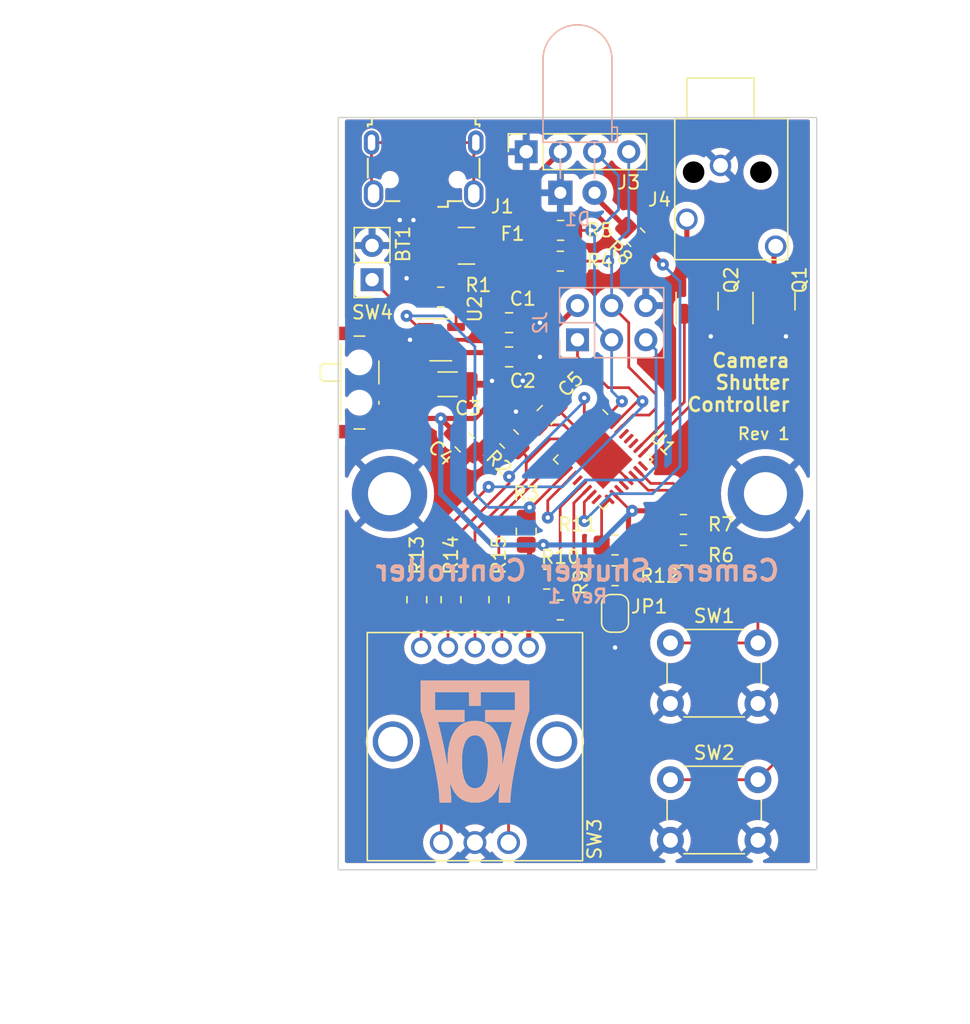
<source format=kicad_pcb>
(kicad_pcb (version 20211014) (generator pcbnew)
  (layers (0 "F.Cu" signal) (31 "B.Cu" signal) (34 "B.Paste" user) (35 "F.Paste" user) (36 "B.SilkS" user "B.Silkscreen") (37 "F.SilkS" user "F.Silkscreen") (38 "B.Mask" user) (39 "F.Mask" user) (44 "Edge.Cuts" user))
  (net 0 "")
  (net 1 "VCC")
  (net 2 "GND")
  (net 3 "Net-(C1-Pad1)")
  (net 4 "Net-(F1-Pad1)")
  (net 8 "unconnected-(J1-Pad6)")
  (net 9 "/BT2")
  (net 10 "/PROG_CLK")
  (net 11 "/PROG_MOSI")
  (net 12 "/PROG_RST")
  (net 13 "Net-(JP1-Pad1)")
  (net 14 "/SHUTTER_HOLD")
  (net 15 "Net-(J4-PadT)")
  (net 16 "/SHUTTER_RELEASE")
  (net 17 "Net-(J4-PadR)")
  (net 18 "Net-(R1-Pad2)")
  (net 19 "/CHR_STAT")
  (net 20 "/BT1")
  (net 21 "/ROTARY_B")
  (net 22 "/ROTARY_A")
  (net 23 "/VCC_SENSE")
  (net 24 "/ROTARY_SW")
  (net 26 "/PROG_MISO")
  (net 27 "Net-(R13-Pad2)")
  (net 28 "/ROTARY_LED_{G}")
  (net 30 "Net-(R14-Pad2)")
  (net 31 "/ROTARY_LED_{B}")
  (net 32 "Net-(R15-Pad2)")
  (net 43 "Net-(D1-Pad2)")
  (net 44 "Net-(BT1-Pad1)")
  (net 46 "/IR_LED")
  (footprint "Capacitor_SMD:C_0805_2012Metric_Pad1.18x1.45mm_HandSolder" (layer "F.Cu") (at 34.544 66.548 -135)
    (fp_text reference "C5" (at -2.873682 0.35921 45) (layer "F.SilkS"))
    (fp_text value "0.1uF")
    (pad "1" smd roundrect locked (at -1.0375 0 225) (size 1.175 1.45) (layers "F.Cu" "F.Paste" "F.Mask") (roundrect_rratio 0.2127659574) (net 1 "VCC"))
    (pad "2" smd roundrect locked (at 1.0375 0 225) (size 1.175 1.45) (layers "F.Cu" "F.Paste" "F.Mask") (roundrect_rratio 0.2127659574) (net 2 "GND"))
  )
  (footprint "Resistor_SMD:R_0805_2012Metric_Pad1.20x1.40mm_HandSolder" (layer "F.Cu") (at 35.56 81.026)
    (fp_text reference "R9" (at 1.524 -2.032 90) (layer "F.SilkS"))
    (fp_text value "10k")
    (pad "1" smd roundrect locked (at -1 0) (size 1.2 1.4) (layers "F.Cu" "F.Paste" "F.Mask") (roundrect_rratio 0.2083333333) (net 1 "VCC"))
    (pad "2" smd roundrect locked (at 1 0) (size 1.2 1.4) (layers "F.Cu" "F.Paste" "F.Mask") (roundrect_rratio 0.2083333333) (net 21 "/ROTARY_B"))
  )
  (footprint "ProjectLibrary:new_707_logo_10x11" (layer "F.Cu") (at 29.21 90.805)
    (fp_text reference "G***" hide)
    (fp_text value "LOGO" hide)
  )
  (footprint "Resistor_SMD:R_0805_2012Metric_Pad1.20x1.40mm_HandSolder" (layer "F.Cu") (at 35.576 52.832)
    (fp_text reference "R5" (at 2.921 0) (layer "F.SilkS"))
    (fp_text value "4.7k")
    (pad "1" smd roundrect locked (at -1 0) (size 1.2 1.4) (layers "F.Cu" "F.Paste" "F.Mask") (roundrect_rratio 0.2083333333) (net 1 "VCC"))
    (pad "2" smd roundrect locked (at 1 0) (size 1.2 1.4) (layers "F.Cu" "F.Paste" "F.Mask") (roundrect_rratio 0.2083333333) (net 10 "/PROG_CLK"))
  )
  (footprint "MountingHole:MountingHole_3.2mm_M3_DIN965_Pad" (layer "F.Cu") (at 22.86 72.39)
    (fp_text reference "H2" hide)
    (fp_text value "MountingHole_Pad")
    (pad "1" thru_hole circle locked (at 0 0) (size 5.6 5.6) (drill 3.2) (layers *.Cu *.Mask) (net 2 "GND"))
  )
  (footprint "Package_TO_SOT_SMD:SOT-23" (layer "F.Cu") (at 51.435 58.0875 90)
    (fp_text reference "Q1" (at 1.5725 1.905 270) (layer "F.SilkS"))
    (fp_text value "MMBF170")
    (pad "1" smd roundrect locked (at -0.9375 -0.95 90) (size 1.475 0.6) (layers "F.Cu" "F.Paste" "F.Mask") (net 14 "/SHUTTER_HOLD"))
    (pad "2" smd roundrect locked (at -0.9375 0.95 90) (size 1.475 0.6) (layers "F.Cu" "F.Paste" "F.Mask") (net 2 "GND"))
    (pad "3" smd roundrect locked (at 0.9375 0 90) (size 1.475 0.6) (layers "F.Cu" "F.Paste" "F.Mask") (net 15 "Net-(J4-PadT)"))
  )
  (footprint "Resistor_SMD:R_0805_2012Metric_Pad1.20x1.40mm_HandSolder" (layer "F.Cu") (at 33.02 75.184 90)
    (fp_text reference "R3" (at 2.794 0 180) (layer "F.SilkS"))
    (fp_text value "10k")
    (pad "1" smd roundrect locked (at -1 0 90) (size 1.2 1.4) (layers "F.Cu" "F.Paste" "F.Mask") (roundrect_rratio 0.2083333333) (net 1 "VCC"))
    (pad "2" smd roundrect locked (at 1 0 90) (size 1.2 1.4) (layers "F.Cu" "F.Paste" "F.Mask") (roundrect_rratio 0.2083333333) (net 19 "/CHR_STAT"))
  )
  (footprint "Resistor_SMD:R_0805_2012Metric_Pad1.20x1.40mm_HandSolder" (layer "F.Cu") (at 34.544 78.74)
    (fp_text reference "R10" (at 1.016 -1.65) (layer "F.SilkS"))
    (fp_text value "10k")
    (pad "1" smd roundrect locked (at -1 0) (size 1.2 1.4) (layers "F.Cu" "F.Paste" "F.Mask") (roundrect_rratio 0.2083333333) (net 1 "VCC"))
    (pad "2" smd roundrect locked (at 1 0) (size 1.2 1.4) (layers "F.Cu" "F.Paste" "F.Mask") (roundrect_rratio 0.2083333333) (net 22 "/ROTARY_A"))
  )
  (footprint "Button_Switch_THT:SW_PUSH_6mm" (layer "F.Cu") (at 43.74 83.475)
    (fp_text reference "SW1" (at 3.25 -2) (layer "F.SilkS"))
    (fp_text value "SW_Push")
    (pad "1" thru_hole circle locked (at 6.5 0 90) (size 2 2) (drill 1.1) (layers *.Cu *.Mask) (net 20 "/BT1"))
    (pad "1" thru_hole circle locked (at 0 0 90) (size 2 2) (drill 1.1) (layers *.Cu *.Mask) (net 20 "/BT1"))
    (pad "2" thru_hole circle locked (at 6.5 4.5 90) (size 2 2) (drill 1.1) (layers *.Cu *.Mask) (net 2 "GND"))
    (pad "2" thru_hole circle locked (at 0 4.5 90) (size 2 2) (drill 1.1) (layers *.Cu *.Mask) (net 2 "GND"))
  )
  (footprint "Capacitor_SMD:C_1206_3216Metric_Pad1.33x1.80mm_HandSolder" (layer "F.Cu") (at 27.178 64.262)
    (fp_text reference "C3" (at 1.524 1.778 180) (layer "F.SilkS"))
    (fp_text value "4.7uF")
    (pad "1" smd roundrect locked (at -1.5625 0) (size 1.325 1.8) (layers "F.Cu" "F.Paste" "F.Mask") (roundrect_rratio 0.1886792453) (net 44 "Net-(BT1-Pad1)"))
    (pad "2" smd roundrect locked (at 1.5625 0) (size 1.325 1.8) (layers "F.Cu" "F.Paste" "F.Mask") (roundrect_rratio 0.1886792453) (net 2 "GND"))
  )
  (footprint "Resistor_SMD:R_0805_2012Metric_Pad1.20x1.40mm_HandSolder" (layer "F.Cu") (at 26.67 57.785)
    (fp_text reference "R1" (at 2.794 -0.889) (layer "F.SilkS"))
    (fp_text value "1k")
    (pad "1" smd roundrect locked (at -1 0) (size 1.2 1.4) (layers "F.Cu" "F.Paste" "F.Mask") (roundrect_rratio 0.2083333333) (net 2 "GND"))
    (pad "2" smd roundrect locked (at 1 0) (size 1.2 1.4) (layers "F.Cu" "F.Paste" "F.Mask") (roundrect_rratio 0.2083333333) (net 18 "Net-(R1-Pad2)"))
  )
  (footprint "Resistor_SMD:R_0805_2012Metric_Pad1.20x1.40mm_HandSolder" (layer "F.Cu") (at 24.892 80.264 -90)
    (fp_text reference "R13" (at -3.302 0 90) (layer "F.SilkS"))
    (fp_text value "1k")
    (pad "1" smd roundrect locked (at -1 0 270) (size 1.2 1.4) (layers "F.Cu" "F.Paste" "F.Mask") (roundrect_rratio 0.2083333333) (net 26 "/PROG_MISO"))
    (pad "2" smd roundrect locked (at 1 0 270) (size 1.2 1.4) (layers "F.Cu" "F.Paste" "F.Mask") (roundrect_rratio 0.2083333333) (net 27 "Net-(R13-Pad2)"))
  )
  (footprint "Capacitor_SMD:C_0805_2012Metric_Pad1.18x1.45mm_HandSolder" (layer "F.Cu") (at 28.448 68.58 -45)
    (fp_text reference "C4" (at -0.71842 1.796051 -45 unlocked) (layer "F.SilkS"))
    (fp_text value "1uF")
    (pad "1" smd roundrect locked (at -1.0375 0 315) (size 1.175 1.45) (layers "F.Cu" "F.Paste" "F.Mask") (roundrect_rratio 0.2127659574) (net 1 "VCC"))
    (pad "2" smd roundrect locked (at 1.0375 0 315) (size 1.175 1.45) (layers "F.Cu" "F.Paste" "F.Mask") (roundrect_rratio 0.2127659574) (net 2 "GND"))
  )
  (footprint "Resistor_SMD:R_0805_2012Metric_Pad1.20x1.40mm_HandSolder" (layer "F.Cu") (at 44.704 74.676)
    (fp_text reference "R7" (at 2.794 0) (layer "F.SilkS"))
    (fp_text value "10k")
    (pad "1" smd roundrect locked (at -1 0) (size 1.2 1.4) (layers "F.Cu" "F.Paste" "F.Mask") (roundrect_rratio 0.2083333333) (net 1 "VCC"))
    (pad "2" smd roundrect locked (at 1 0) (size 1.2 1.4) (layers "F.Cu" "F.Paste" "F.Mask") (roundrect_rratio 0.2083333333) (net 9 "/BT2"))
  )
  (footprint "Package_TO_SOT_SMD:SOT-23-5" (layer "F.Cu") (at 26.67 60.96)
    (fp_text reference "U2" (at 2.54 -2.286 90) (layer "F.SilkS"))
    (fp_text value "MCP73832-2-OT")
    (pad "1" smd roundrect locked (at -1.1375 -0.95) (size 1.325 0.6) (layers "F.Cu" "F.Paste" "F.Mask") (net 19 "/CHR_STAT"))
    (pad "2" smd roundrect locked (at -1.1375 0) (size 1.325 0.6) (layers "F.Cu" "F.Paste" "F.Mask") (net 2 "GND"))
    (pad "3" smd roundrect locked (at -1.1375 0.95) (size 1.325 0.6) (layers "F.Cu" "F.Paste" "F.Mask") (net 44 "Net-(BT1-Pad1)"))
    (pad "4" smd roundrect locked (at 1.1375 0.95) (size 1.325 0.6) (layers "F.Cu" "F.Paste" "F.Mask") (net 3 "Net-(C1-Pad1)"))
    (pad "5" smd roundrect locked (at 1.1375 -0.95) (size 1.325 0.6) (layers "F.Cu" "F.Paste" "F.Mask") (net 18 "Net-(R1-Pad2)"))
  )
  (footprint "Resistor_SMD:R_0805_2012Metric_Pad1.20x1.40mm_HandSolder" (layer "F.Cu") (at 35.56 55.118)
    (fp_text reference "R4" (at 2.921 0) (layer "F.SilkS"))
    (fp_text value "4.7k")
    (pad "1" smd roundrect locked (at -1 0) (size 1.2 1.4) (layers "F.Cu" "F.Paste" "F.Mask") (roundrect_rratio 0.2083333333) (net 1 "VCC"))
    (pad "2" smd roundrect locked (at 1 0) (size 1.2 1.4) (layers "F.Cu" "F.Paste" "F.Mask") (roundrect_rratio 0.2083333333) (net 11 "/PROG_MOSI"))
  )
  (footprint "MountingHole:MountingHole_3.2mm_M3_DIN965_Pad" (layer "F.Cu") (at 50.8 72.39)
    (fp_text reference "H1" hide)
    (fp_text value "MountingHole_Pad")
    (pad "1" thru_hole circle locked (at 0 0) (size 5.6 5.6) (drill 3.2) (layers *.Cu *.Mask) (net 2 "GND"))
  )
  (footprint "Resistor_SMD:R_0805_2012Metric_Pad1.20x1.40mm_HandSolder" (layer "F.Cu") (at 41.148 53.34 135)
    (fp_text reference "R8" (at 0 -1.65 135) (layer "F.SilkS"))
    (fp_text value "1k")
    (pad "1" smd roundrect locked (at -1 0 135) (size 1.2 1.4) (layers "F.Cu" "F.Paste" "F.Mask") (roundrect_rratio 0.2083333333) (net 46 "/IR_LED"))
    (pad "2" smd roundrect locked (at 1 0 135) (size 1.2 1.4) (layers "F.Cu" "F.Paste" "F.Mask") (roundrect_rratio 0.2083333333) (net 43 "Net-(D1-Pad2)"))
  )
  (footprint "Connector_PinSocket_2.54mm:PinSocket_1x02_P2.54mm_Vertical" (layer "F.Cu") (at 21.565 56.495 180)
    (fp_text reference "BT1" (at -2.311 2.647 90) (layer "F.SilkS"))
    (fp_text value "Battery_Cell")
    (pad "1" thru_hole rect locked (at 0 0 180) (size 1.7 1.7) (drill 1) (layers *.Cu *.Mask) (net 44 "Net-(BT1-Pad1)"))
    (pad "2" thru_hole oval locked (at 0 2.54 180) (size 1.7 1.7) (drill 1) (layers *.Cu *.Mask) (net 2 "GND"))
  )
  (footprint "Resistor_SMD:R_0805_2012Metric_Pad1.20x1.40mm_HandSolder" (layer "F.Cu") (at 39.624 76.2 180)
    (fp_text reference "R11" (at 2.794 1.524 180) (layer "F.SilkS"))
    (fp_text value "R")
    (pad "1" smd roundrect locked (at -1 0 180) (size 1.2 1.4) (layers "F.Cu" "F.Paste" "F.Mask") (roundrect_rratio 0.2083333333) (net 1 "VCC"))
    (pad "2" smd roundrect locked (at 1 0 180) (size 1.2 1.4) (layers "F.Cu" "F.Paste" "F.Mask") (roundrect_rratio 0.2083333333) (net 23 "/VCC_SENSE"))
  )
  (footprint "Button_Switch_THT:SW_PUSH_6mm" (layer "F.Cu") (at 43.74 93.635)
    (fp_text reference "SW2" (at 3.25 -2) (layer "F.SilkS"))
    (fp_text value "SW_Push")
    (pad "1" thru_hole circle locked (at 0 0 90) (size 2 2) (drill 1.1) (layers *.Cu *.Mask) (net 9 "/BT2"))
    (pad "1" thru_hole circle locked (at 6.5 0 90) (size 2 2) (drill 1.1) (layers *.Cu *.Mask) (net 9 "/BT2"))
    (pad "2" thru_hole circle locked (at 6.5 4.5 90) (size 2 2) (drill 1.1) (layers *.Cu *.Mask) (net 2 "GND"))
    (pad "2" thru_hole circle locked (at 0 4.5 90) (size 2 2) (drill 1.1) (layers *.Cu *.Mask) (net 2 "GND"))
  )
  (footprint "Connector_PinSocket_2.54mm:PinSocket_1x04_P2.54mm_Vertical" (layer "F.Cu") (at 33.02 46.99 90)
    (fp_text reference "J3" (at -2.286 7.62 180) (layer "F.SilkS"))
    (fp_text value "OLED")
    (pad "1" thru_hole rect locked (at 0 0 90) (size 1.7 1.7) (drill 1) (layers *.Cu *.Mask) (net 2 "GND"))
    (pad "2" thru_hole oval locked (at 0 2.54 90) (size 1.7 1.7) (drill 1) (layers *.Cu *.Mask) (net 1 "VCC"))
    (pad "3" thru_hole oval locked (at 0 5.08 90) (size 1.7 1.7) (drill 1) (layers *.Cu *.Mask) (net 10 "/PROG_CLK"))
    (pad "4" thru_hole oval locked (at 0 7.62 90) (size 1.7 1.7) (drill 1) (layers *.Cu *.Mask) (net 11 "/PROG_MOSI"))
  )
  (footprint "Package_DFN_QFN:QFN-32-1EP_5x5mm_P0.5mm_EP3.1x3.1mm" (layer "F.Cu") (at 38.735 69.85 -45)
    (fp_text reference "U1" (at 2.245064 -4.041115 -45 unlocked) (layer "F.SilkS"))
    (fp_text value "ATtiny261A-M")
    (pad "1" smd roundrect locked (at -2.4375 -1.75 315) (size 0.875 0.25) (layers "F.Cu" "F.Paste" "F.Mask"))
    (pad "2" smd roundrect locked (at -2.4375 -1.25 315) (size 0.875 0.25) (layers "F.Cu" "F.Paste" "F.Mask") (net 28 "/ROTARY_LED_{G}"))
    (pad "3" smd roundrect locked (at -2.4375 -0.75 315) (size 0.875 0.25) (layers "F.Cu" "F.Paste" "F.Mask"))
    (pad "4" smd roundrect locked (at -2.4375 -0.25 315) (size 0.875 0.25) (layers "F.Cu" "F.Paste" "F.Mask") (net 1 "VCC"))
    (pad "5" smd roundrect locked (at -2.4375 0.25 315) (size 0.875 0.25) (layers "F.Cu" "F.Paste" "F.Mask") (net 2 "GND"))
    (pad "6" smd roundrect locked (at -2.4375 0.75 315) (size 0.875 0.25) (layers "F.Cu" "F.Paste" "F.Mask"))
    (pad "7" smd roundrect locked (at -2.4375 1.25 315) (size 0.875 0.25) (layers "F.Cu" "F.Paste" "F.Mask") (net 24 "/ROTARY_SW"))
    (pad "8" smd roundrect locked (at -2.4375 1.75 315) (size 0.875 0.25) (layers "F.Cu" "F.Paste" "F.Mask") (net 31 "/ROTARY_LED_{B}"))
    (pad "9" smd roundrect locked (at -1.75 2.4375 315) (size 0.25 0.875) (layers "F.Cu" "F.Paste" "F.Mask"))
    (pad "10" smd roundrect locked (at -1.25 2.4375 315) (size 0.25 0.875) (layers "F.Cu" "F.Paste" "F.Mask") (net 19 "/CHR_STAT"))
    (pad "11" smd roundrect locked (at -0.75 2.4375 315) (size 0.25 0.875) (layers "F.Cu" "F.Paste" "F.Mask") (net 12 "/PROG_RST"))
    (pad "12" smd roundrect locked (at -0.25 2.4375 315) (size 0.25 0.875) (layers "F.Cu" "F.Paste" "F.Mask"))
    (pad "13" smd roundrect locked (at 0.25 2.4375 315) (size 0.25 0.875) (layers "F.Cu" "F.Paste" "F.Mask") (net 22 "/ROTARY_A"))
    (pad "14" smd roundrect locked (at 0.75 2.4375 315) (size 0.25 0.875) (layers "F.Cu" "F.Paste" "F.Mask") (net 21 "/ROTARY_B"))
    (pad "15" smd roundrect locked (at 1.25 2.4375 315) (size 0.25 0.875) (layers "F.Cu" "F.Paste" "F.Mask") (net 46 "/IR_LED"))
    (pad "16" smd roundrect locked (at 1.75 2.4375 315) (size 0.25 0.875) (layers "F.Cu" "F.Paste" "F.Mask"))
    (pad "17" smd roundrect locked (at 2.4375 1.75 315) (size 0.875 0.25) (layers "F.Cu" "F.Paste" "F.Mask") (net 23 "/VCC_SENSE"))
    (pad "18" smd roundrect locked (at 2.4375 1.25 315) (size 0.875 0.25) (layers "F.Cu" "F.Paste" "F.Mask") (net 1 "VCC"))
    (pad "19" smd roundrect locked (at 2.4375 0.75 315) (size 0.875 0.25) (layers "F.Cu" "F.Paste" "F.Mask"))
    (pad "20" smd roundrect locked (at 2.4375 0.25 315) (size 0.875 0.25) (layers "F.Cu" "F.Paste" "F.Mask"))
    (pad "21" smd roundrect locked (at 2.4375 -0.25 315) (size 0.875 0.25) (layers "F.Cu" "F.Paste" "F.Mask") (net 2 "GND"))
    (pad "22" smd roundrect locked (at 2.4375 -0.75 315) (size 0.875 0.25) (layers "F.Cu" "F.Paste" "F.Mask") (net 20 "/BT1"))
    (pad "23" smd roundrect locked (at 2.4375 -1.25 315) (size 0.875 0.25) (layers "F.Cu" "F.Paste" "F.Mask") (net 9 "/BT2"))
    (pad "24" smd roundrect locked (at 2.4375 -1.75 315) (size 0.875 0.25) (layers "F.Cu" "F.Paste" "F.Mask"))
    (pad "25" smd roundrect locked (at 1.75 -2.4375 315) (size 0.25 0.875) (layers "F.Cu" "F.Paste" "F.Mask") (net 14 "/SHUTTER_HOLD"))
    (pad "26" smd roundrect locked (at 1.25 -2.4375 315) (size 0.25 0.875) (layers "F.Cu" "F.Paste" "F.Mask") (net 16 "/SHUTTER_RELEASE"))
    (pad "27" smd roundrect locked (at 0.75 -2.4375 315) (size 0.25 0.875) (layers "F.Cu" "F.Paste" "F.Mask"))
    (pad "28" smd roundrect locked (at 0.25 -2.4375 315) (size 0.25 0.875) (layers "F.Cu" "F.Paste" "F.Mask"))
    (pad "29" smd roundrect locked (at -0.25 -2.4375 315) (size 0.25 0.875) (layers "F.Cu" "F.Paste" "F.Mask"))
    (pad "30" smd roundrect locked (at -0.75 -2.4375 315) (size 0.25 0.875) (layers "F.Cu" "F.Paste" "F.Mask") (net 11 "/PROG_MOSI"))
    (pad "31" smd roundrect locked (at -1.25 -2.4375 315) (size 0.25 0.875) (layers "F.Cu" "F.Paste" "F.Mask") (net 26 "/PROG_MISO"))
    (pad "32" smd roundrect locked (at -1.75 -2.4375 315) (size 0.25 0.875) (layers "F.Cu" "F.Paste" "F.Mask") (net 10 "/PROG_CLK"))
    (pad "33" smd rect locked (at 0 0 315) (size 3.1 3.1) (layers "F.Cu" "F.Mask") (net 2 "GND"))
  )
  (footprint "Resistor_SMD:R_0805_2012Metric_Pad1.20x1.40mm_HandSolder" (layer "F.Cu") (at 27.432 80.264 -90)
    (fp_text reference "R14" (at -3.302 0 90) (layer "F.SilkS"))
    (fp_text value "1k")
    (pad "1" smd roundrect locked (at -1 0 270) (size 1.2 1.4) (layers "F.Cu" "F.Paste" "F.Mask") (roundrect_rratio 0.2083333333) (net 28 "/ROTARY_LED_{G}"))
    (pad "2" smd roundrect locked (at 1 0 270) (size 1.2 1.4) (layers "F.Cu" "F.Paste" "F.Mask") (roundrect_rratio 0.2083333333) (net 30 "Net-(R14-Pad2)"))
  )
  (footprint "Resistor_SMD:R_0805_2012Metric_Pad1.20x1.40mm_HandSolder" (layer "F.Cu") (at 44.704 76.962)
    (fp_text reference "R6" (at 2.794 0) (layer "F.SilkS"))
    (fp_text value "10k")
    (pad "1" smd roundrect locked (at -1 0) (size 1.2 1.4) (layers "F.Cu" "F.Paste" "F.Mask") (roundrect_rratio 0.2083333333) (net 1 "VCC"))
    (pad "2" smd roundrect locked (at 1 0) (size 1.2 1.4) (layers "F.Cu" "F.Paste" "F.Mask") (roundrect_rratio 0.2083333333) (net 20 "/BT1"))
  )
  (footprint "Jumper:SolderJumper-2_P1.3mm_Open_RoundedPad1.0x1.5mm" (layer "F.Cu") (at 39.624 81.28 -90)
    (fp_text reference "JP1" (at -0.508 -2.54 180) (layer "F.SilkS"))
    (fp_text value "Jumper_2_Open")
    (pad "1" smd custom locked (at -0.65 0 270) (size 1 0.5) (layers "F.Cu" "F.Mask") (net 13 "Net-(JP1-Pad1)") (options (clearance outline) (anchor rect)) (primitives (gr_circle (center 0 0.25) (end 0.5 0.25) (width 0) (fill yes)) (gr_circle (center 0 -0.25) (end 0.5 -0.25) (width 0) (fill yes)) (gr_poly (pts (xy 0.5 0.75) (xy 0 0.75) (xy 0 -0.75) (xy 0.5 -0.75)) (width 0) (fill yes))))
    (pad "2" smd custom locked (at 0.65 0 270) (size 1 0.5) (layers "F.Cu" "F.Mask") (net 2 "GND") (options (clearance outline) (anchor rect)) (primitives (gr_circle (center 0 0.25) (end 0.5 0.25) (width 0) (fill yes)) (gr_circle (center 0 -0.25) (end 0.5 -0.25) (width 0) (fill yes)) (gr_poly (pts (xy 0 0.75) (xy -0.5 0.75) (xy -0.5 -0.75) (xy 0 -0.75)) (width 0) (fill yes))))
  )
  (footprint "Capacitor_SMD:C_0805_2012Metric_Pad1.18x1.45mm_HandSolder" (layer "F.Cu") (at 31.75 59.69)
    (fp_text reference "C1" (at 1.016 -1.778) (layer "F.SilkS"))
    (fp_text value "1uF")
    (pad "1" smd roundrect locked (at -1.0375 0) (size 1.175 1.45) (layers "F.Cu" "F.Paste" "F.Mask") (roundrect_rratio 0.2127659574) (net 3 "Net-(C1-Pad1)"))
    (pad "2" smd roundrect locked (at 1.0375 0) (size 1.175 1.45) (layers "F.Cu" "F.Paste" "F.Mask") (roundrect_rratio 0.2127659574) (net 2 "GND"))
  )
  (footprint "Resistor_SMD:R_0805_2012Metric_Pad1.20x1.40mm_HandSolder" (layer "F.Cu") (at 30.988 80.264 -90)
    (fp_text reference "R15" (at -3.302 0 90) (layer "F.SilkS"))
    (fp_text value "1k")
    (pad "1" smd roundrect locked (at -1 0 270) (size 1.2 1.4) (layers "F.Cu" "F.Paste" "F.Mask") (roundrect_rratio 0.2083333333) (net 31 "/ROTARY_LED_{B}"))
    (pad "2" smd roundrect locked (at 1 0 270) (size 1.2 1.4) (layers "F.Cu" "F.Paste" "F.Mask") (roundrect_rratio 0.2083333333) (net 32 "Net-(R15-Pad2)"))
  )
  (footprint "ProjectLibrary:MJ1-2503A" (layer "F.Cu") (at 47.46 44.51 180)
    (fp_text reference "J4" (at 4.534 -6.036 unlocked) (layer "F.SilkS"))
    (fp_text value "AudioJack3")
    (pad "" np_thru_hole circle (at 2 -4 180) (size 1.6 1.6) (drill 1.6) (layers *.Mask))
    (pad "" np_thru_hole circle (at -3 -4 180) (size 1.6 1.6) (drill 1.6) (layers *.Mask))
    (pad "R" thru_hole circle (at 2.5 -7.5 180) (size 1.6 1.6) (drill 1.1) (layers *.Cu *.Mask) (net 17 "Net-(J4-PadR)"))
    (pad "S" thru_hole circle (at 0 -3.5 180) (size 1.6 1.6) (drill 1.1) (layers *.Cu *.Mask) (net 2 "GND"))
    (pad "T" thru_hole circle (at -4.1 -9.5 180) (size 1.6 1.6) (drill 1.1) (layers *.Cu *.Mask) (net 15 "Net-(J4-PadT)"))
  )
  (footprint "Package_TO_SOT_SMD:SOT-23" (layer "F.Cu") (at 45.72 58.0875 90)
    (fp_text reference "Q2" (at 1.5725 2.54 270) (layer "F.SilkS"))
    (fp_text value "MMBF170")
    (pad "1" smd roundrect locked (at -0.9375 -0.95 90) (size 1.475 0.6) (layers "F.Cu" "F.Paste" "F.Mask") (net 16 "/SHUTTER_RELEASE"))
    (pad "2" smd roundrect locked (at -0.9375 0.95 90) (size 1.475 0.6) (layers "F.Cu" "F.Paste" "F.Mask") (net 2 "GND"))
    (pad "3" smd roundrect locked (at 0.9375 0 90) (size 1.475 0.6) (layers "F.Cu" "F.Paste" "F.Mask") (net 17 "Net-(J4-PadR)"))
  )
  (footprint "Connector_USB:USB_Micro-B_Wuerth_629105150521" (layer "F.Cu") (at 25.4 48.26 180)
    (fp_text reference "J1" (at -5.842 -2.794) (layer "F.SilkS"))
    (fp_text value "USB_B_Mini")
    (pad "" np_thru_hole oval locked (at -2.5 -0.8 180) (size 0.8 0.8) (drill 0.8) (layers *.Cu *.Mask))
    (pad "" np_thru_hole oval locked (at 2.5 -0.8 180) (size 0.8 0.8) (drill 0.8) (layers *.Cu *.Mask))
    (pad "1" smd rect locked (at -1.3 -1.9 180) (size 0.45 1.3) (layers "F.Cu" "F.Paste" "F.Mask") (net 4 "Net-(F1-Pad1)"))
    (pad "2" smd rect locked (at -0.65 -1.9 180) (size 0.45 1.3) (layers "F.Cu" "F.Paste" "F.Mask"))
    (pad "3" smd rect locked (at 0 -1.9 180) (size 0.45 1.3) (layers "F.Cu" "F.Paste" "F.Mask"))
    (pad "4" smd rect locked (at 0.65 -1.9 180) (size 0.45 1.3) (layers "F.Cu" "F.Paste" "F.Mask"))
    (pad "5" smd rect locked (at 1.3 -1.9 180) (size 0.45 1.3) (layers "F.Cu" "F.Paste" "F.Mask") (net 2 "GND"))
    (pad "6" thru_hole oval locked (at -3.875 1.95 180) (size 1.15 1.8) (drill oval 0.55 1.2) (layers *.Cu *.Mask) (net 8 "unconnected-(J1-Pad6)"))
    (pad "6" thru_hole oval locked (at 3.725 -1.85 180) (size 1.45 2) (drill oval 0.85 1.4) (layers *.Cu *.Mask) (net 8 "unconnected-(J1-Pad6)"))
    (pad "6" thru_hole oval locked (at -3.725 -1.85 180) (size 1.45 2) (drill oval 0.85 1.4) (layers *.Cu *.Mask) (net 8 "unconnected-(J1-Pad6)"))
    (pad "6" thru_hole oval locked (at 3.875 1.95 180) (size 1.15 1.8) (drill oval 0.55 1.2) (layers *.Cu *.Mask) (net 8 "unconnected-(J1-Pad6)"))
  )
  (footprint "Button_Switch_SMD:SW_SPDT_PCM12" (layer "F.Cu") (at 20.955 64.135 -90)
    (fp_text reference "SW4" (at -5.207 -0.635) (layer "F.SilkS"))
    (fp_text value "SW_SPST")
    (pad "" np_thru_hole circle locked (at 1.5 0.33 270) (size 0.9 0.9) (drill 0.9) (layers *.Cu *.Mask))
    (pad "" smd rect locked (at -3.65 -0.78 270) (size 1 0.8) (layers "F.Cu" "F.Paste" "F.Mask"))
    (pad "" smd rect locked (at -3.65 1.43 270) (size 1 0.8) (layers "F.Cu" "F.Paste" "F.Mask"))
    (pad "" smd rect locked (at 3.65 -0.78 270) (size 1 0.8) (layers "F.Cu" "F.Paste" "F.Mask"))
    (pad "" np_thru_hole circle locked (at -1.5 0.33 270) (size 0.9 0.9) (drill 0.9) (layers *.Cu *.Mask))
    (pad "" smd rect locked (at 3.65 1.43 270) (size 1 0.8) (layers "F.Cu" "F.Paste" "F.Mask"))
    (pad "1" smd rect locked (at -2.25 -1.43 270) (size 0.7 1.5) (layers "F.Cu" "F.Paste" "F.Mask") (net 44 "Net-(BT1-Pad1)"))
    (pad "2" smd rect locked (at 0.75 -1.43 270) (size 0.7 1.5) (layers "F.Cu" "F.Paste" "F.Mask") (net 1 "VCC"))
    (pad "3" smd rect locked (at 2.25 -1.43 270) (size 0.7 1.5) (layers "F.Cu" "F.Paste" "F.Mask"))
  )
  (footprint "Capacitor_SMD:C_0805_2012Metric_Pad1.18x1.45mm_HandSolder" (layer "F.Cu") (at 31.75 62.23)
    (fp_text reference "C2" (at 1.016 1.778) (layer "F.SilkS"))
    (fp_text value "0.1uF")
    (pad "1" smd roundrect locked (at -1.0375 0) (size 1.175 1.45) (layers "F.Cu" "F.Paste" "F.Mask") (roundrect_rratio 0.2127659574) (net 3 "Net-(C1-Pad1)"))
    (pad "2" smd roundrect locked (at 1.0375 0) (size 1.175 1.45) (layers "F.Cu" "F.Paste" "F.Mask") (roundrect_rratio 0.2127659574) (net 2 "GND"))
  )
  (footprint "Resistor_SMD:R_0805_2012Metric_Pad1.20x1.40mm_HandSolder" (layer "F.Cu") (at 39.624 78.486)
    (fp_text reference "R12" (at 3.302 0) (layer "F.SilkS"))
    (fp_text value "R")
    (pad "1" smd roundrect locked (at -1 0) (size 1.2 1.4) (layers "F.Cu" "F.Paste" "F.Mask") (roundrect_rratio 0.2083333333) (net 23 "/VCC_SENSE"))
    (pad "2" smd roundrect locked (at 1 0) (size 1.2 1.4) (layers "F.Cu" "F.Paste" "F.Mask") (roundrect_rratio 0.2083333333) (net 13 "Net-(JP1-Pad1)"))
  )
  (footprint "Fuse:Fuse_1210_3225Metric_Pad1.42x2.65mm_HandSolder" (layer "F.Cu") (at 28.575 53.975)
    (fp_text reference "F1" (at 3.429 -0.889) (layer "F.SilkS"))
    (fp_text value "Polyfuse")
    (pad "1" smd roundrect locked (at -1.4875 0) (size 1.425 2.65) (layers "F.Cu" "F.Paste" "F.Mask") (roundrect_rratio 0.1754392982) (net 4 "Net-(F1-Pad1)"))
    (pad "2" smd roundrect locked (at 1.4875 0) (size 1.425 2.65) (layers "F.Cu" "F.Paste" "F.Mask") (roundrect_rratio 0.1754392982) (net 3 "Net-(C1-Pad1)"))
  )
  (footprint "ProjectLibrary:12CE3KxxxxxTx" (layer "F.Cu") (at 29.21 90.805)
    (fp_text reference "SW3" (at 8.89 7.239 90 unlocked) (layer "F.SilkS"))
    (fp_text value "12CE3xxxxxxTx")
    (pad "" np_thru_hole circle (at 6.1 0) (size 3 3) (drill 2.2) (layers F&B.Cu *.Mask))
    (pad "" np_thru_hole circle (at -6.1 0) (size 3 3) (drill 2.2) (layers F&B.Cu *.Mask))
    (pad "1" thru_hole circle (at -4 -7) (size 1.5 1.5) (drill 1) (layers *.Cu *.Mask) (net 27 "Net-(R13-Pad2)"))
    (pad "2" thru_hole circle (at -2 -7) (size 1.5 1.5) (drill 1) (layers *.Cu *.Mask) (net 30 "Net-(R14-Pad2)"))
    (pad "3" thru_hole circle (at 0 -7) (size 1.5 1.5) (drill 1) (layers *.Cu *.Mask) (net 24 "/ROTARY_SW"))
    (pad "4" thru_hole circle (at 2 -7) (size 1.5 1.5) (drill 1) (layers *.Cu *.Mask) (net 32 "Net-(R15-Pad2)"))
    (pad "5" thru_hole circle (at 4 -7) (size 1.5 1.5) (drill 1) (layers *.Cu *.Mask) (net 1 "VCC"))
    (pad "A" thru_hole circle (at -2.5 7.5) (size 1.7 1.7) (drill 1.2) (layers *.Cu *.Mask) (net 22 "/ROTARY_A"))
    (pad "B" thru_hole circle (at 2.5 7.5) (size 1.7 1.7) (drill 1.2) (layers *.Cu *.Mask) (net 21 "/ROTARY_B"))
    (pad "C" thru_hole circle (at 0 7.5) (size 1.7 1.7) (drill 1.2) (layers *.Cu *.Mask) (net 2 "GND"))
  )
  (footprint "Resistor_SMD:R_0805_2012Metric_Pad1.20x1.40mm_HandSolder" (layer "F.Cu") (at 31.75 68.326 135)
    (fp_text reference "R2" (at -0.718425 -1.796047 315 unlocked) (layer "F.SilkS"))
    (fp_text value "10k")
    (pad "1" smd roundrect locked (at -1 0 135) (size 1.2 1.4) (layers "F.Cu" "F.Paste" "F.Mask") (roundrect_rratio 0.2083333333) (net 24 "/ROTARY_SW"))
    (pad "2" smd roundrect locked (at 1 0 135) (size 1.2 1.4) (layers "F.Cu" "F.Paste" "F.Mask") (roundrect_rratio 0.2083333333) (net 2 "GND"))
  )
  (footprint "LED_THT:LED_D5.0mm_Horizontal_O3.81mm_Z3.0mm" (layer "B.Cu") (at 35.56 50.038)
    (fp_text reference "D1" (at 1.27 1.96) (layer "B.SilkS") (effects (justify mirror)))
    (fp_text value "LED")
    (pad "1" thru_hole rect locked (at 0 0) (size 1.8 1.8) (drill 0.9) (layers *.Cu *.Mask) (net 2 "GND"))
    (pad "2" thru_hole circle locked (at 2.54 0) (size 1.8 1.8) (drill 0.9) (layers *.Cu *.Mask) (net 43 "Net-(D1-Pad2)"))
  )
  (footprint "ProjectLibrary:new_707_logo_10x11" (layer "B.Cu") (at 29.21 90.805 180)
    (fp_text reference "G***" hide)
    (fp_text value "LOGO" hide)
  )
  (footprint "Connector_PinSocket_2.54mm:PinSocket_2x03_P2.54mm_Vertical" (layer "B.Cu") (at 36.83 60.96 -90)
    (fp_text reference "J2" (at -1.27 2.77 90) (layer "B.SilkS") (effects (justify mirror)))
    (fp_text value "Conn_02x03_Odd_Even")
    (pad "1" thru_hole rect locked (at 0 0 270) (size 1.7 1.7) (drill 1) (layers *.Cu *.Mask) (net 26 "/PROG_MISO"))
    (pad "2" thru_hole oval locked (at -2.54 0 270) (size 1.7 1.7) (drill 1) (layers *.Cu *.Mask) (net 1 "VCC"))
    (pad "3" thru_hole oval locked (at 0 -2.54 270) (size 1.7 1.7) (drill 1) (layers *.Cu *.Mask) (net 10 "/PROG_CLK"))
    (pad "4" thru_hole oval locked (at -2.54 -2.54 270) (size 1.7 1.7) (drill 1) (layers *.Cu *.Mask) (net 11 "/PROG_MOSI"))
    (pad "5" thru_hole oval locked (at 0 -5.08 270) (size 1.7 1.7) (drill 1) (layers *.Cu *.Mask) (net 12 "/PROG_RST"))
    (pad "6" thru_hole oval locked (at -2.54 -5.08 270) (size 1.7 1.7) (drill 1) (layers *.Cu *.Mask) (net 2 "GND"))
  )
  (gr_line (start 54.61 44.45) (end 19.05 44.45) (layer "Edge.Cuts") (width 0.1))
  (gr_line (start 19.05 100.33) (end 54.61 100.33) (layer "Edge.Cuts") (width 0.1))
  (gr_line (start 19.05 44.45) (end 19.05 100.33) (layer "Edge.Cuts") (width 0.1))
  (gr_line (start 54.61 100.33) (end 54.61 44.45) (layer "Edge.Cuts") (width 0.1))
  (gr_text "Rev 1" (at 36.83 80.01) (layer "B.SilkS") (effects (font (size 1.016 1.016) (thickness 0.2032)) (justify mirror)))
  (gr_text "Camera Shutter Controller" (at 36.83 78.105) (layer "B.SilkS") (effects (font (size 1.5 1.5) (thickness 0.3)) (justify mirror)))
  (gr_text "Camera\nShutter\nController" (at 52.705 64.135) (layer "F.SilkS") (effects (font (size 1.016 1.016) (thickness 0.2032)) (justify right)))
  (gr_text "Rev 1" (at 52.705 67.945) (layer "F.SilkS") (effects (font (size 0.889 0.889) (thickness 0.1524)) (justify right)))
  (segment (start 33.036 76.2) (end 33.02 76.184) (width 0.381) (layer "F.Cu") (net 1))
  (segment (start 35.052 60.198) (end 36.83 58.42) (width 0.381) (layer "F.Cu") (net 1))
  (segment (start 26.670001 66.801998) (end 29.210002 66.801998) (width 0.381) (layer "F.Cu") (net 1))
  (segment (start 33.02 76.184) (end 33.274 76.438) (width 0.381) (layer "F.Cu") (net 1))
  (segment (start 37.188204 67.949651) (end 35.277623 66.03907) (width 0.2032) (layer "F.Cu") (net 1))
  (segment (start 27.714377 67.846377) (end 27.714377 67.846374) (width 0.381) (layer "F.Cu") (net 1))
  (segment (start 33.782 52.038) (end 34.576 52.832) (width 0.381) (layer "F.Cu") (net 1))
  (segment (start 40.894 73.66) (end 42.688 73.66) (width 0.381) (layer "F.Cu") (net 1))
  (segment (start 34.576 52.832) (end 34.576 55.102) (width 0.381) (layer "F.Cu") (net 1))
  (segment (start 29.210002 66.801998) (end 30.988 65.024) (width 0.381) (layer "F.Cu") (net 1))
  (segment (start 33.782 48.768) (end 33.782 52.038) (width 0.381) (layer "F.Cu") (net 1))
  (segment (start 34.29 76.2) (end 33.036 76.2) (width 0.381) (layer "F.Cu") (net 1))
  (segment (start 42.688 73.66) (end 43.704 74.676) (width 0.381) (layer "F.Cu") (net 1))
  (segment (start 35.277623 66.03907) (end 35.277623 65.814377) (width 0.2032) (layer "F.Cu") (net 1))
  (segment (start 33.274 78.47) (end 33.544 78.74) (width 0.381) (layer "F.Cu") (net 1))
  (segment (start 35.052 57.658) (end 34.56 57.166) (width 0.381) (layer "F.Cu") (net 1))
  (segment (start 34.56 57.166) (end 34.56 55.118) (width 0.381) (layer "F.Cu") (net 1))
  (segment (start 33.274 76.438) (end 33.274 78.47) (width 0.381) (layer "F.Cu") (net 1))
  (segment (start 34.56 81.026) (end 33.21 82.376) (width 0.381) (layer "F.Cu") (net 1))
  (segment (start 23.229 64.885) (end 25.145998 66.801998) (width 0.381) (layer "F.Cu") (net 1))
  (segment (start 35.277623 65.814377) (end 35.052 65.588754) (width 0.381) (layer "F.Cu") (net 1))
  (segment (start 34.487246 65.024) (end 35.277623 65.814377) (width 0.381) (layer "F.Cu") (net 1))
  (segment (start 35.052 60.198) (end 35.052 57.658) (width 0.381) (layer "F.Cu") (net 1))
  (segment (start 40.777233 73.66) (end 40.894 73.66) (width 0.2032) (layer "F.Cu") (net 1))
  (segment (start 25.145998 66.801998) (end 26.670001 66.801998) (width 0.381) (layer "F.Cu") (net 1))
  (segment (start 43.704 74.676) (end 43.704 76.962) (width 0.381) (layer "F.Cu") (net 1))
  (segment (start 33.544 80.01) (end 34.56 81.026) (width 0.381) (layer "F.Cu") (net 1))
  (segment (start 35.56 46.99) (end 33.782 48.768) (width 0.381) (layer "F.Cu") (net 1))
  (segment (start 22.385 64.885) (end 23.229 64.885) (width 0.381) (layer "F.Cu") (net 1))
  (segment (start 35.052 65.588754) (end 35.052 60.198) (width 0.381) (layer "F.Cu") (net 1))
  (segment (start 33.544 78.74) (end 33.544 80.01) (width 0.381) (layer "F.Cu") (net 1))
  (segment (start 30.988 65.024) (end 34.487246 65.024) (width 0.381) (layer "F.Cu") (net 1))
  (segment (start 27.714377 67.846374) (end 26.670001 66.801998) (width 0.381) (layer "F.Cu") (net 1))
  (segment (start 34.576 55.102) (end 34.56 55.118) (width 0.381) (layer "F.Cu") (net 1))
  (segment (start 40.624 73.93) (end 40.624 76.2) (width 0.381) (layer "F.Cu") (net 1))
  (segment (start 33.21 82.376) (end 33.21 83.805) (width 0.381) (layer "F.Cu") (net 1))
  (segment (start 40.894 73.66) (end 40.624 73.93) (width 0.381) (layer "F.Cu") (net 1))
  (segment (start 39.574689 72.457456) (end 40.777233 73.66) (width 0.2032) (layer "F.Cu") (net 1))
  (via (at 34.29 76.2) (size 0.889) (drill 0.3302) (layers "F.Cu" "B.Cu") (net 1))
  (via (at 40.894 73.66) (size 0.889) (drill 0.3302) (layers "F.Cu" "B.Cu") (net 1))
  (via (at 26.670001 66.801998) (size 0.889) (drill 0.3302) (layers "F.Cu" "B.Cu") (net 1))
  (segment (start 38.354 76.2) (end 40.894 73.66) (width 0.381) (layer "B.Cu") (net 1))
  (segment (start 26.670001 66.801998) (end 26.67 72.39) (width 0.381) (layer "B.Cu") (net 1))
  (segment (start 26.67 72.39) (end 30.48 76.2) (width 0.381) (layer "B.Cu") (net 1))
  (segment (start 34.29 76.2) (end 38.354 76.2) (width 0.381) (layer "B.Cu") (net 1))
  (segment (start 30.48 76.2) (end 34.29 76.2) (width 0.381) (layer "B.Cu") (net 1))
  (segment (start 35.81307 67.281623) (end 33.810377 67.281623) (width 0.2032) (layer "F.Cu") (net 2))
  (segment (start 39.088553 69.85) (end 38.735 69.85) (width 0.2032) (layer "F.Cu") (net 2))
  (segment (start 38.381447 69.85) (end 38.735 69.85) (width 0.2032) (layer "F.Cu") (net 2))
  (segment (start 36.834651 68.303204) (end 35.81307 67.281623) (width 0.2032) (layer "F.Cu") (net 2))
  (segment (start 40.635349 71.396796) (end 39.088553 69.85) (width 0.2032) (layer "F.Cu") (net 2))
  (segment (start 36.834651 68.303204) (end 38.381447 69.85) (width 0.2032) (layer "F.Cu") (net 2))
  (via (at 32.258 66.294) (size 0.889) (drill 0.3302) (layers "F.Cu" "B.Cu") (net 2))
  (via (at 32.766 64.008) (size 0.889) (drill 0.3302) (layers "F.Cu" "B.Cu") (net 2))
  (via (at 34.036 59.69) (size 0.889) (drill 0.3302) (layers "F.Cu" "B.Cu") (net 2))
  (via (at 30.48 64.008) (size 0.889) (drill 0.3302) (layers "F.Cu" "B.Cu") (net 2))
  (via (at 24.638 52.07) (size 0.889) (drill 0.3302) (layers "F.Cu" "B.Cu") (net 2))
  (via (at 46.736 60.706) (size 0.889) (drill 0.3302) (layers "F.Cu" "B.Cu") (net 2))
  (via (at 34.036 62.23) (size 0.889) (drill 0.3302) (layers "F.Cu" "B.Cu") (net 2))
  (via (at 24.384 60.96) (size 0.889) (drill 0.3302) (layers "F.Cu" "B.Cu") (net 2))
  (via (at 52.324 60.706) (size 0.889) (drill 0.3302) (layers "F.Cu" "B.Cu") (net 2))
  (via (at 39.624 83.82) (size 0.889) (drill 0.3302) (layers "F.Cu" "B.Cu") (net 2))
  (via (at 23.622 52.07) (size 0.889) (drill 0.3302) (layers "F.Cu" "B.Cu") (net 2))
  (via (at 24.13 56.388) (size 0.889) (drill 0.3302) (layers "F.Cu" "B.Cu") (net 2))
  (segment (start 30.7125 59.69) (end 30.7125 62.23) (width 0.381) (layer "F.Cu") (net 3))
  (segment (start 30.0625 53.975) (end 30.0625 56.7325) (width 0.381) (layer "F.Cu") (net 3))
  (segment (start 30.0625 56.7325) (end 30.7125 57.3825) (width 0.381) (layer "F.Cu") (net 3))
  (segment (start 30.3925 61.91) (end 30.7125 62.23) (width 0.381) (layer "F.Cu") (net 3))
  (segment (start 30.7125 57.3825) (end 30.7125 59.69) (width 0.381) (layer "F.Cu") (net 3))
  (segment (start 27.8075 61.91) (end 30.3925 61.91) (width 0.381) (layer "F.Cu") (net 3))
  (segment (start 26.7 53.5875) (end 27.0875 53.975) (width 0.381) (layer "F.Cu") (net 4))
  (segment (start 26.7 50.16) (end 26.7 53.5875) (width 0.381) (layer "F.Cu") (net 4))
  (segment (start 29.125 50.11) (end 29.125 46.46) (width 0.2032) (layer "F.Cu") (net 8))
  (segment (start 21.525 49.96) (end 21.675 50.11) (width 0.2032) (layer "F.Cu") (net 8))
  (segment (start 29.125 46.46) (end 29.275 46.31) (width 0.2032) (layer "F.Cu") (net 8))
  (segment (start 21.525 46.31) (end 21.525 49.96) (width 0.2032) (layer "F.Cu") (net 8))
  (segment (start 21.525 46.31) (end 29.275 46.31) (width 0.2032) (layer "F.Cu") (net 8))
  (segment (start 46.736 74.676) (end 52.578 80.518) (width 0.2032) (layer "F.Cu") (net 9))
  (segment (start 43.942 71.628) (end 45.704 73.39) (width 0.2032) (layer "F.Cu") (net 9))
  (segment (start 42.280767 71.628) (end 43.942 71.628) (width 0.2032) (layer "F.Cu") (net 9))
  (segment (start 45.704 73.39) (end 45.704 74.676) (width 0.2032) (layer "F.Cu") (net 9))
  (segment (start 52.578 91.297) (end 50.24 93.635) (width 0.2032) (layer "F.Cu") (net 9))
  (segment (start 45.704 74.676) (end 46.736 74.676) (width 0.2032) (layer "F.Cu") (net 9))
  (segment (start 52.578 80.518) (end 52.578 91.297) (width 0.2032) (layer "F.Cu") (net 9))
  (segment (start 50.24 93.635) (end 43.74 93.635) (width 0.2032) (layer "F.Cu") (net 9))
  (segment (start 41.342456 70.689689) (end 42.280767 71.628) (width 0.2032) (layer "F.Cu") (net 9))
  (segment (start 39.221136 66.442864) (end 40.132 65.532) (width 0.2032) (layer "F.Cu") (net 10))
  (segment (start 37.846 52.832) (end 36.576 52.832) (width 0.2032) (layer "F.Cu") (net 10))
  (segment (start 39.221136 66.88899) (end 39.221136 66.442864) (width 0.2032) (layer "F.Cu") (net 10))
  (via (at 40.132 65.532) (size 0.889) (drill 0.3302) (layers "F.Cu" "B.Cu") (net 10))
  (via (at 37.846 52.832) (size 0.889) (drill 0.3302) (layers "F.Cu" "B.Cu") (net 10))
  (segment (start 39.878 48.768) (end 39.878 51.308) (width 0.2032) (layer "B.Cu") (net 10))
  (segment (start 38.1 46.99) (end 39.878 48.768) (width 0.2032) (layer "B.Cu") (net 10))
  (segment (start 40.132 65.532) (end 39.37 64.77) (width 0.2032) (layer "B.Cu") (net 10))
  (segment (start 38.1 52.832) (end 37.846 52.832) (width 0.2032) (layer "B.Cu") (net 10))
  (segment (start 39.878 51.308) (end 38.354 52.832) (width 0.2032) (layer "B.Cu") (net 10))
  (segment (start 38.1 59.69) (end 38.1 52.832) (width 0.2032) (layer "B.Cu") (net 10))
  (segment (start 39.37 60.96) (end 38.1 59.69) (width 0.2032) (layer "B.Cu") (net 10))
  (segment (start 38.354 52.832) (end 37.846 52.832) (width 0.2032) (layer "B.Cu") (net 10))
  (segment (start 39.37 64.77) (end 39.37 60.96) (width 0.2032) (layer "B.Cu") (net 10))
  (segment (start 39.928243 67.596097) (end 40.97634 66.548) (width 0.2032) (layer "F.Cu") (net 11))
  (segment (start 39.116 55.118) (end 36.56 55.118) (width 0.2032) (layer "F.Cu") (net 11))
  (segment (start 40.97634 66.548) (end 42.164 66.548) (width 0.2032) (layer "F.Cu") (net 11))
  (segment (start 42.672 65.024) (end 40.64 62.992) (width 0.2032) (layer "F.Cu") (net 11))
  (segment (start 40.64 62.992) (end 40.64 59.69) (width 0.2032) (layer "F.Cu") (net 11))
  (segment (start 42.164 66.548) (end 42.672 66.04) (width 0.2032) (layer "F.Cu") (net 11))
  (segment (start 42.672 66.04) (end 42.672 65.024) (width 0.2032) (layer "F.Cu") (net 11))
  (segment (start 40.64 59.69) (end 39.37 58.42) (width 0.2032) (layer "F.Cu") (net 11))
  (via (at 39.116 55.118) (size 0.889) (drill 0.3302) (layers "F.Cu" "B.Cu") (net 11))
  (segment (start 39.37 58.42) (end 39.37 55.118) (width 0.2032) (layer "B.Cu") (net 11))
  (segment (start 39.37 55.118) (end 39.116 55.118) (width 0.2032) (layer "B.Cu") (net 11))
  (segment (start 40.64 52.832) (end 40.64 46.99) (width 0.2032) (layer "B.Cu") (net 11))
  (segment (start 39.37 55.118) (end 39.37 54.102) (width 0.2032) (layer "B.Cu") (net 11))
  (segment (start 39.37 54.102) (end 40.64 52.832) (width 0.2032) (layer "B.Cu") (net 11))
  (segment (start 36.481097 71.043243) (end 34.621019 72.903321) (width 0.2032) (layer "F.Cu") (net 12))
  (segment (start 34.621019 72.903321) (end 34.621019 74.168) (width 0.2032) (layer "F.Cu") (net 12))
  (via (at 34.621019 74.168) (size 0.889) (drill 0.3302) (layers "F.Cu" "B.Cu") (net 12))
  (segment (start 37.415019 71.374) (end 34.621019 74.168) (width 0.2032) (layer "B.Cu") (net 12))
  (segment (start 41.656 71.374) (end 37.415019 71.374) (width 0.2032) (layer "B.Cu") (net 12))
  (segment (start 42.672 61.722) (end 42.672 70.358) (width 0.2032) (layer "B.Cu") (net 12))
  (segment (start 41.91 60.96) (end 42.672 61.722) (width 0.2032) (layer "B.Cu") (net 12))
  (segment (start 42.672 70.358) (end 41.656 71.374) (width 0.2032) (layer "B.Cu") (net 12))
  (segment (start 40.624 78.486) (end 40.624 79.63) (width 0.381) (layer "F.Cu") (net 13))
  (segment (start 40.624 79.63) (end 39.624 80.63) (width 0.381) (layer "F.Cu") (net 13))
  (segment (start 45.974 63.536) (end 50.485 59.025) (width 0.2032) (layer "F.Cu") (net 14))
  (segment (start 41.69601 69.363864) (end 45.974 65.085874) (width 0.2032) (layer "F.Cu") (net 14))
  (segment (start 45.974 65.085874) (end 45.974 63.536) (width 0.2032) (layer "F.Cu") (net 14))
  (segment (start 51.435 54.135) (end 51.56 54.01) (width 0.381) (layer "F.Cu") (net 15))
  (segment (start 51.435 57.15) (end 51.435 54.135) (width 0.381) (layer "F.Cu") (net 15))
  (segment (start 44.77 59.025) (end 44.77 65.582767) (width 0.2032) (layer "F.Cu") (net 16))
  (segment (start 44.77 65.582767) (end 41.342456 69.010311) (width 0.2032) (layer "F.Cu") (net 16))
  (segment (start 44.96 52.01) (end 44.96 53.85) (width 0.381) (layer "F.Cu") (net 17))
  (segment (start 45.72 54.61) (end 45.72 57.15) (width 0.381) (layer "F.Cu") (net 17))
  (segment (start 44.96 53.85) (end 45.72 54.61) (width 0.381) (layer "F.Cu") (net 17))
  (segment (start 27.8075 57.9225) (end 27.67 57.785) (width 0.2032) (layer "F.Cu") (net 18))
  (segment (start 27.8075 60.01) (end 27.8075 57.9225) (width 0.2032) (layer "F.Cu") (net 18))
  (segment (start 25.5325 60.01) (end 24.958 60.01) (width 0.2032) (layer "F.Cu") (net 19))
  (segment (start 24.958 60.01) (end 24.13 59.182) (width 0.2032) (layer "F.Cu") (net 19))
  (segment (start 33.02 73.797233) (end 33.02 74.184) (width 0.2032) (layer "F.Cu") (net 19))
  (segment (start 36.127544 70.689689) (end 33.02 73.797233) (width 0.2032) (layer "F.Cu") (net 19))
  (via (at 24.13 59.182) (size 0.889) (drill 0.3302) (layers "F.Cu" "B.Cu") (net 19))
  (via (at 33.274 73.406) (size 0.889) (drill 0.3302) (layers "F.Cu" "B.Cu") (net 19))
  (segment (start 29.21 72.39) (end 30.226 73.406) (width 0.2032) (layer "B.Cu") (net 19))
  (segment (start 29.21 61.468) (end 29.21 72.39) (width 0.2032) (layer "B.Cu") (net 19))
  (segment (start 24.13 59.182) (end 26.924 59.182) (width 0.2032) (layer "B.Cu") (net 19))
  (segment (start 30.226 73.406) (end 33.274 73.406) (width 0.2032) (layer "B.Cu") (net 19))
  (segment (start 26.924 59.182) (end 29.21 61.468) (width 0.2032) (layer "B.Cu") (net 19))
  (segment (start 50.24 79.958) (end 50.24 83.475) (width 0.2032) (layer "F.Cu") (net 20))
  (segment (start 44.704 75.962) (end 45.704 76.962) (width 0.2032) (layer "F.Cu") (net 20))
  (segment (start 47.244 76.962) (end 50.24 79.958) (width 0.2032) (layer "F.Cu") (net 20))
  (segment (start 45.704 76.962) (end 47.244 76.962) (width 0.2032) (layer "F.Cu") (net 20))
  (segment (start 44.704 73.152) (end 44.704 75.962) (width 0.2032) (layer "F.Cu") (net 20))
  (segment (start 43.688 72.136) (end 44.704 73.152) (width 0.2032) (layer "F.Cu") (net 20))
  (segment (start 43.74 83.475) (end 50.24 83.475) (width 0.2032) (layer "F.Cu") (net 20))
  (segment (start 40.988903 71.043243) (end 42.08166 72.136) (width 0.2032) (layer "F.Cu") (net 20))
  (segment (start 42.08166 72.136) (end 43.688 72.136) (width 0.2032) (layer "F.Cu") (net 20))
  (segment (start 36.56 85.868) (end 31.71 90.718) (width 0.2032) (layer "F.Cu") (net 21))
  (segment (start 36.56 73.08566) (end 36.56 81.788) (width 0.2032) (layer "F.Cu") (net 21))
  (segment (start 37.541757 72.103903) (end 36.56 73.08566) (width 0.2032) (layer "F.Cu") (net 21))
  (segment (start 31.71 90.718) (end 31.71 98.305) (width 0.2032) (layer "F.Cu") (net 21))
  (segment (start 36.56 81.788) (end 36.56 85.868) (width 0.2032) (layer "F.Cu") (net 21))
  (segment (start 26.71 90.638) (end 26.71 98.305) (width 0.2032) (layer "F.Cu") (net 22))
  (segment (start 28.448 88.9) (end 26.71 90.638) (width 0.2032) (layer "F.Cu") (net 22))
  (segment (start 35.544 85.36) (end 32.004 88.9) (width 0.2032) (layer "F.Cu") (net 22))
  (segment (start 32.004 88.9) (end 28.448 88.9) (width 0.2032) (layer "F.Cu") (net 22))
  (segment (start 37.188204 71.750349) (end 35.544 73.394553) (width 0.2032) (layer "F.Cu") (net 22))
  (segment (start 35.544 73.394553) (end 35.544 79.248) (width 0.2032) (layer "F.Cu") (net 22))
  (segment (start 35.544 79.248) (end 35.544 85.36) (width 0.2032) (layer "F.Cu") (net 22))
  (segment (start 38.624 78.486) (end 38.624 76.2) (width 0.381) (layer "F.Cu") (net 23))
  (segment (start 38.624 73.408146) (end 38.624 76.2) (width 0.2032) (layer "F.Cu") (net 23))
  (segment (start 39.221136 72.81101) (end 38.624 73.408146) (width 0.2032) (layer "F.Cu") (net 23))
  (segment (start 33.02 71.374) (end 33.02 70.358) (width 0.2032) (layer "F.Cu") (net 24))
  (segment (start 29.21 75.184) (end 33.02 71.374) (width 0.2032) (layer "F.Cu") (net 24))
  (segment (start 29.21 83.805) (end 29.21 75.184) (width 0.2032) (layer "F.Cu") (net 24))
  (segment (start 32.457107 69.033107) (end 33.02 69.596) (width 0.2032) (layer "F.Cu") (net 24))
  (segment (start 33.02 70.104) (end 34.798 68.326) (width 0.2032) (layer "F.Cu") (net 24))
  (segment (start 34.798 68.326) (end 35.443233 68.326) (width 0.2032) (layer "F.Cu") (net 24))
  (segment (start 35.443233 68.326) (end 36.127544 69.010311) (width 0.2032) (layer "F.Cu") (net 24))
  (segment (start 33.02 69.596) (end 33.02 70.358) (width 0.2032) (layer "F.Cu") (net 24))
  (segment (start 33.02 70.358) (end 33.02 70.104) (width 0.2032) (layer "F.Cu") (net 24))
  (segment (start 41.285233 65.532) (end 41.656 65.532) (width 0.2032) (layer "F.Cu") (net 26))
  (segment (start 36.83 62.23) (end 36.83 60.96) (width 0.2032) (layer "F.Cu") (net 26))
  (segment (start 39.116 64.516) (end 36.83 62.23) (width 0.2032) (layer "F.Cu") (net 26))
  (segment (start 41.656 65.532) (end 40.64 64.516) (width 0.2032) (layer "F.Cu") (net 26))
  (segment (start 40.64 64.516) (end 39.116 64.516) (width 0.2032) (layer "F.Cu") (net 26))
  (segment (start 24.892 79.264) (end 24.892 77.216) (width 0.2032) (layer "F.Cu") (net 26))
  (segment (start 24.892 77.216) (end 30.226 71.882) (width 0.2032) (layer "F.Cu") (net 26))
  (segment (start 39.574689 67.242544) (end 41.285233 65.532) (width 0.2032) (layer "F.Cu") (net 26))
  (via (at 41.656 65.532) (size 0.889) (drill 0.3302) (layers "F.Cu" "B.Cu") (net 26))
  (via (at 30.226 71.882) (size 0.889) (drill 0.3302) (layers "F.Cu" "B.Cu") (net 26))
  (segment (start 35.708384 71.882) (end 41.656 65.934384) (width 0.2032) (layer "B.Cu") (net 26))
  (segment (start 30.226 71.882) (end 35.708384 71.882) (width 0.2032) (layer "B.Cu") (net 26))
  (segment (start 41.656 65.934384) (end 41.656 65.532) (width 0.2032) (layer "B.Cu") (net 26))
  (segment (start 24.892 81.264) (end 25.21 81.582) (width 0.2032) (layer "F.Cu") (net 27))
  (segment (start 25.21 81.582) (end 25.21 83.805) (width 0.2032) (layer "F.Cu") (net 27))
  (segment (start 27.432 79.264) (end 27.432 75.946) (width 0.2032) (layer "F.Cu") (net 28))
  (segment (start 37.895311 67.242544) (end 37.338 66.685233) (width 0.2032) (layer "F.Cu") (net 28))
  (segment (start 37.338 66.685233) (end 37.338 65.278) (width 0.2032) (layer "F.Cu") (net 28))
  (segment (start 27.432 75.946) (end 31.75 71.628) (width 0.2032) (layer "F.Cu") (net 28))
  (segment (start 31.75 71.628) (end 31.75 71.12) (width 0.2032) (layer "F.Cu") (net 28))
  (via (at 31.75 71.12) (size 0.889) (drill 0.3302) (layers "F.Cu" "B.Cu") (net 28))
  (via (at 37.338 65.278) (size 0.889) (drill 0.3302) (layers "F.Cu" "B.Cu") (net 28))
  (segment (start 31.75 71.12) (end 37.338 65.532) (width 0.2032) (layer "B.Cu") (net 28))
  (segment (start 37.338 65.532) (end 37.338 65.278) (width 0.2032) (layer "B.Cu") (net 28))
  (segment (start 27.432 81.264) (end 27.21 81.486) (width 0.2032) (layer "F.Cu") (net 30))
  (segment (start 27.21 81.486) (end 27.21 83.805) (width 0.2032) (layer "F.Cu") (net 30))
  (segment (start 30.988 79.264) (end 30.988 74.168) (width 0.2032) (layer "F.Cu") (net 31))
  (segment (start 35.77399 69.38201) (end 35.77399 69.363864) (width 0.2032) (layer "F.Cu") (net 31))
  (segment (start 30.988 74.168) (end 35.77399 69.38201) (width 0.2032) (layer "F.Cu") (net 31))
  (segment (start 30.988 81.264) (end 31.21 81.486) (width 0.2032) (layer "F.Cu") (net 32))
  (segment (start 31.21 81.486) (end 31.21 83.805) (width 0.2032) (layer "F.Cu") (net 32))
  (segment (start 38.1 50.292) (end 40.440893 52.632893) (width 0.381) (layer "F.Cu") (net 43))
  (segment (start 38.1 50.038) (end 38.1 50.292) (width 0.381) (layer "F.Cu") (net 43))
  (segment (start 21.565 56.495) (end 21.57 56.495) (width 0.2032) (layer "F.Cu") (net 44))
  (segment (start 25.5325 64.179) (end 25.6155 64.262) (width 0.2032) (layer "F.Cu") (net 44))
  (segment (start 25.5325 61.91) (end 25.5325 64.179) (width 0.2032) (layer "F.Cu") (net 44))
  (segment (start 22.86 61.41) (end 22.385 61.885) (width 0.2032) (layer "F.Cu") (net 44))
  (segment (start 21.57 56.495) (end 22.86 57.785) (width 0.2032) (layer "F.Cu") (net 44))
  (segment (start 22.86 57.785) (end 22.86 61.41) (width 0.2032) (layer "F.Cu") (net 44))
  (segment (start 25.5325 61.91) (end 25.5075 61.885) (width 0.2032) (layer "F.Cu") (net 44))
  (segment (start 25.5075 61.885) (end 22.385 61.885) (width 0.2032) (layer "F.Cu") (net 44))
  (segment (start 37.338 73.014767) (end 37.338 74.422) (width 0.2032) (layer "F.Cu") (net 46))
  (segment (start 37.895311 72.457456) (end 37.338 73.014767) (width 0.2032) (layer "F.Cu") (net 46))
  (segment (start 43.18 55.372) (end 41.855107 54.047107) (width 0.381) (layer "F.Cu") (net 46))
  (via (at 43.18 55.372) (size 0.889) (drill 0.3302) (layers "F.Cu" "B.Cu") (net 46))
  (via (at 37.338 74.422) (size 0.889) (drill 0.3302) (layers "F.Cu" "B.Cu") (net 46))
  (segment (start 42.418 72.39) (end 44.45 70.358) (width 0.2032) (layer "B.Cu") (net 46))
  (segment (start 44.45 56.642) (end 43.18 55.372) (width 0.2032) (layer "B.Cu") (net 46))
  (segment (start 39.37 72.39) (end 42.418 72.39) (width 0.2032) (layer "B.Cu") (net 46))
  (segment (start 44.45 70.358) (end 44.45 56.642) (width 0.2032) (layer "B.Cu") (net 46))
  (segment (start 37.338 74.422) (end 39.37 72.39) (width 0.2032) (layer "B.Cu") (net 46))
  (zone (net 2) (net_name "GND") (layers F&B.Cu) (connect_pads (clearance 0.508)) (min_thickness 0.254) (fill yes (thermal_gap 0.508) (thermal_bridge_width 0.508))
    (polygon (pts (xy 55.88 101.6) (xy 17.78 101.6) (xy 17.78 43.18) (xy 55.88 43.18)))
  )
)
</source>
